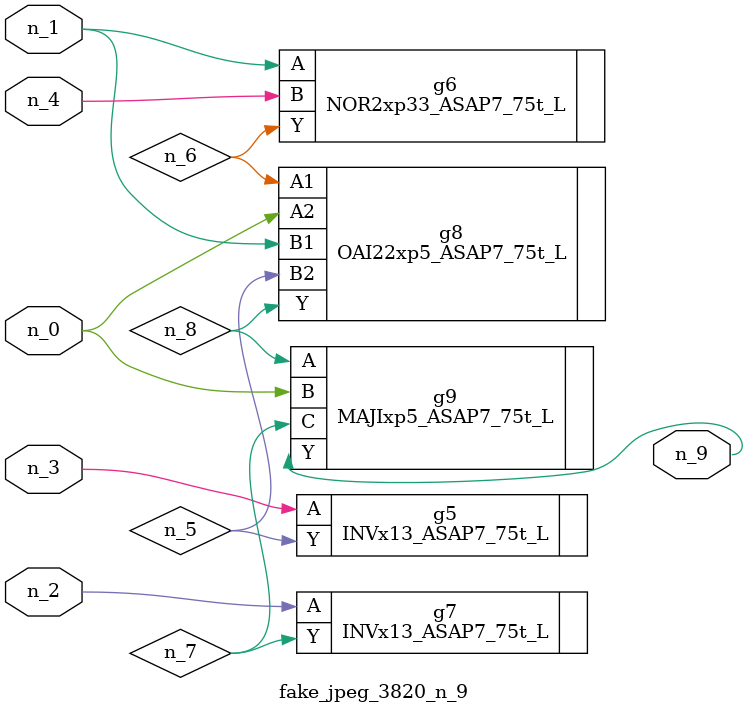
<source format=v>
module fake_jpeg_3820_n_9 (n_3, n_2, n_1, n_0, n_4, n_9);

input n_3;
input n_2;
input n_1;
input n_0;
input n_4;

output n_9;

wire n_8;
wire n_6;
wire n_5;
wire n_7;

INVx13_ASAP7_75t_L g5 ( 
.A(n_3),
.Y(n_5)
);

NOR2xp33_ASAP7_75t_L g6 ( 
.A(n_1),
.B(n_4),
.Y(n_6)
);

INVx13_ASAP7_75t_L g7 ( 
.A(n_2),
.Y(n_7)
);

OAI22xp5_ASAP7_75t_L g8 ( 
.A1(n_6),
.A2(n_0),
.B1(n_1),
.B2(n_5),
.Y(n_8)
);

MAJIxp5_ASAP7_75t_L g9 ( 
.A(n_8),
.B(n_0),
.C(n_7),
.Y(n_9)
);


endmodule
</source>
